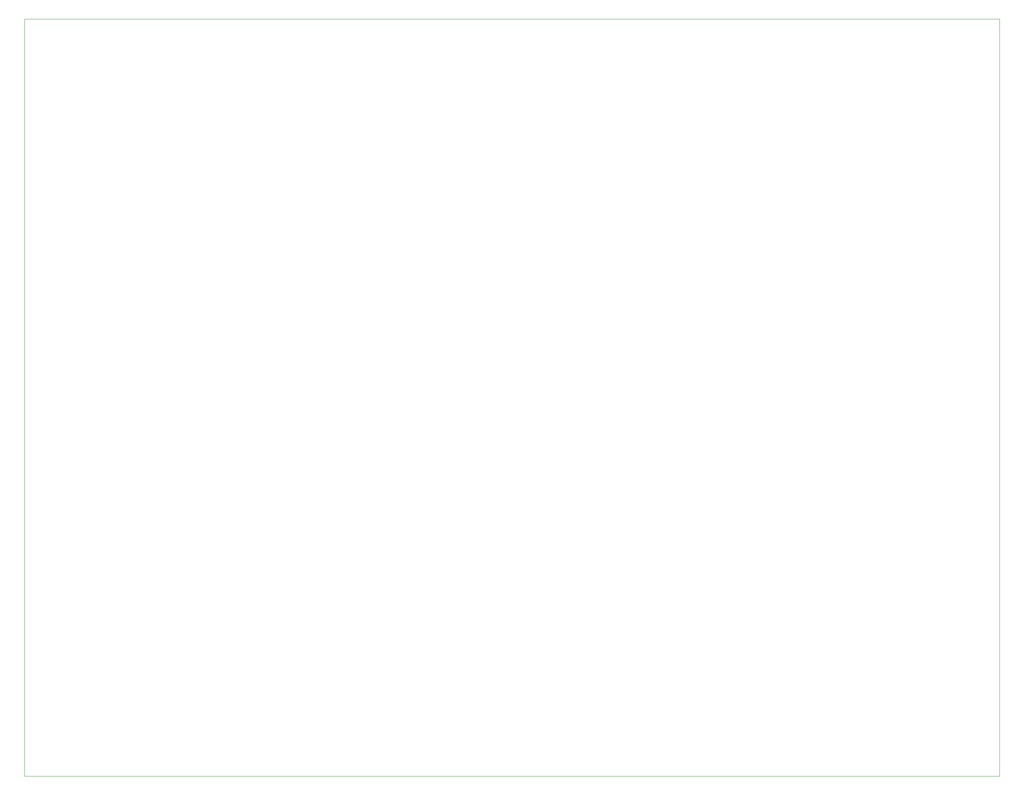
<source format=gm1>
G04 #@! TF.GenerationSoftware,KiCad,Pcbnew,(6.0.0-rc1-dev-1425-g4c184f07a)*
G04 #@! TF.CreationDate,2018-12-27T18:34:51-05:00
G04 #@! TF.ProjectId,Danalog,44616e61-6c6f-4672-9e6b-696361645f70,rev?*
G04 #@! TF.SameCoordinates,Original*
G04 #@! TF.FileFunction,Profile,NP*
%FSLAX46Y46*%
G04 Gerber Fmt 4.6, Leading zero omitted, Abs format (unit mm)*
G04 Created by KiCad (PCBNEW (6.0.0-rc1-dev-1425-g4c184f07a)) date 12/27/2018 6:34:51 PM*
%MOMM*%
%LPD*%
G04 APERTURE LIST*
%ADD10C,0.050000*%
G04 APERTURE END LIST*
D10*
X266700000Y-226060000D02*
X266700000Y-53340000D01*
X44450000Y-226060000D02*
X44450000Y-53340000D01*
X266700000Y-226060000D02*
X44450000Y-226060000D01*
X44450000Y-53340000D02*
X266700000Y-53340000D01*
M02*

</source>
